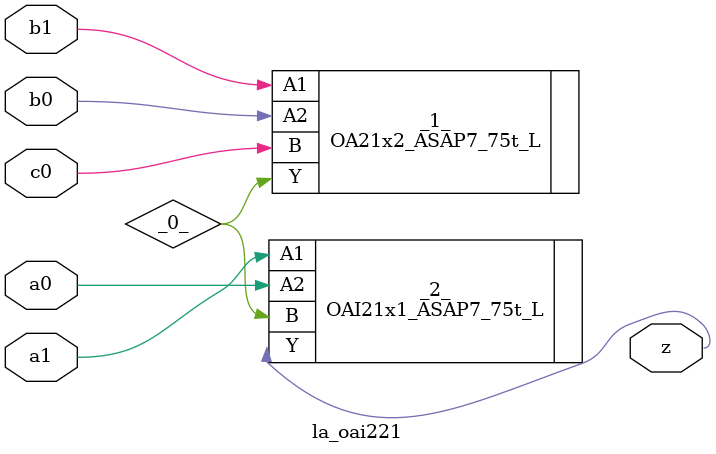
<source format=v>

/* Generated by Yosys 0.44 (git sha1 80ba43d26, g++ 11.4.0-1ubuntu1~22.04 -fPIC -O3) */

(* top =  1  *)
(* src = "inputs/la_oai221.v:10.1-23.10" *)
module la_oai221 (
    a0,
    a1,
    b0,
    b1,
    c0,
    z
);
  wire _0_;
  (* src = "inputs/la_oai221.v:13.12-13.14" *)
  input a0;
  wire a0;
  (* src = "inputs/la_oai221.v:14.12-14.14" *)
  input a1;
  wire a1;
  (* src = "inputs/la_oai221.v:15.12-15.14" *)
  input b0;
  wire b0;
  (* src = "inputs/la_oai221.v:16.12-16.14" *)
  input b1;
  wire b1;
  (* src = "inputs/la_oai221.v:17.12-17.14" *)
  input c0;
  wire c0;
  (* src = "inputs/la_oai221.v:18.12-18.13" *)
  output z;
  wire z;
  OA21x2_ASAP7_75t_L _1_ (
      .A1(b1),
      .A2(b0),
      .B (c0),
      .Y (_0_)
  );
  OAI21x1_ASAP7_75t_L _2_ (
      .A1(a1),
      .A2(a0),
      .B (_0_),
      .Y (z)
  );
endmodule

</source>
